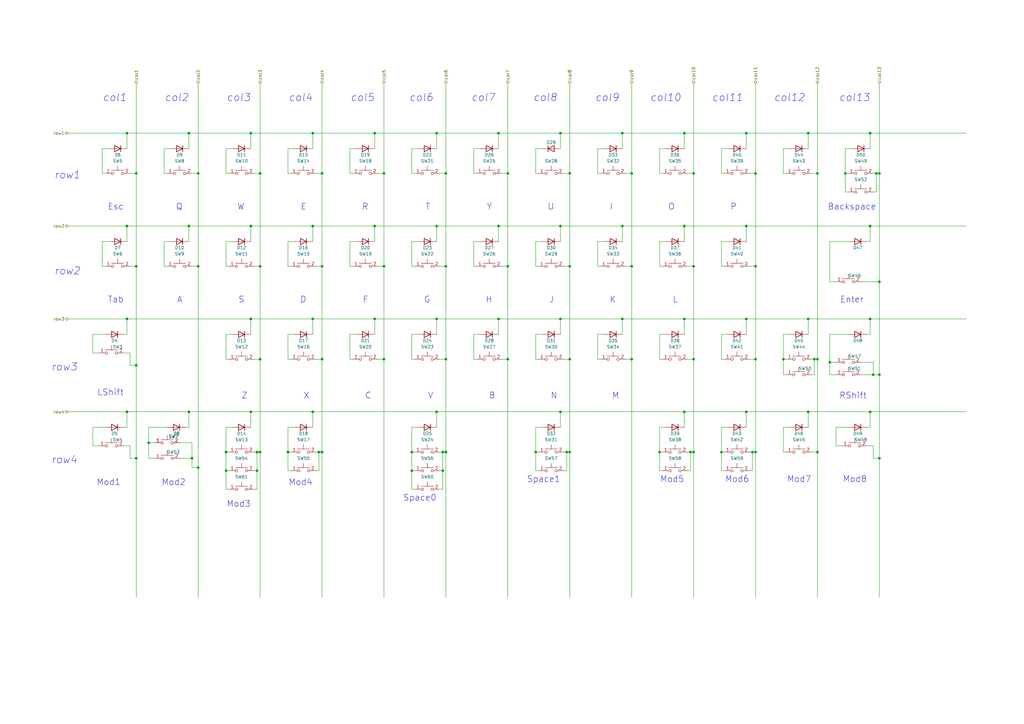
<source format=kicad_sch>
(kicad_sch (version 20211123) (generator eeschema)
  (paper "A3")
  (junction (at 340.36 148.59))
  (junction (at 130.81 185.42))
  (junction (at 359.41 71.12))
  (junction (at 55.88 109.22))
  (junction (at 179.07 168.91))
  (junction (at 55.88 71.12))
  (junction (at 182.88 109.22))
  (junction (at 309.88 109.22))
  (junction (at 102.87 168.91))
  (junction (at 118.11 185.42))
  (junction (at 334.01 147.32))
  (junction (at 255.27 92.71))
  (junction (at 309.88 147.32))
  (junction (at 106.68 185.42))
  (junction (at 233.68 109.22))
  (junction (at 233.68 185.42))
  (junction (at 182.88 147.32))
  (junction (at 102.87 92.71))
  (junction (at 132.08 71.12))
  (junction (at 52.07 168.91))
  (junction (at 356.87 168.91))
  (junction (at 306.07 92.71))
  (junction (at 335.28 185.42))
  (junction (at 52.07 54.61))
  (junction (at 92.71 193.04))
  (junction (at 284.48 71.12))
  (junction (at 208.28 109.22))
  (junction (at 168.91 193.04))
  (junction (at 106.68 71.12))
  (junction (at 255.27 130.81))
  (junction (at 356.87 54.61))
  (junction (at 259.08 147.32))
  (junction (at 106.68 147.32))
  (junction (at 229.87 168.91))
  (junction (at 128.27 130.81))
  (junction (at 128.27 168.91))
  (junction (at 306.07 168.91))
  (junction (at 360.68 153.67))
  (junction (at 233.68 71.12))
  (junction (at 106.68 109.22))
  (junction (at 219.71 185.42))
  (junction (at 128.27 92.71))
  (junction (at 331.47 130.81))
  (junction (at 335.28 147.32))
  (junction (at 356.87 92.71))
  (junction (at 153.67 54.61))
  (junction (at 255.27 54.61))
  (junction (at 157.48 147.32))
  (junction (at 358.14 153.67))
  (junction (at 182.88 71.12))
  (junction (at 102.87 54.61))
  (junction (at 309.88 185.42))
  (junction (at 132.08 147.32))
  (junction (at 321.31 147.32))
  (junction (at 283.21 185.42))
  (junction (at 284.48 185.42))
  (junction (at 295.91 185.42))
  (junction (at 157.48 71.12))
  (junction (at 102.87 130.81))
  (junction (at 208.28 147.32))
  (junction (at 182.88 185.42))
  (junction (at 204.47 92.71))
  (junction (at 259.08 71.12))
  (junction (at 60.96 181.61))
  (junction (at 105.41 193.04))
  (junction (at 81.28 71.12))
  (junction (at 78.74 187.96))
  (junction (at 306.07 54.61))
  (junction (at 360.68 187.96))
  (junction (at 92.71 185.42))
  (junction (at 346.71 71.12))
  (junction (at 233.68 147.32))
  (junction (at 306.07 130.81))
  (junction (at 179.07 92.71))
  (junction (at 204.47 54.61))
  (junction (at 81.28 109.22))
  (junction (at 284.48 147.32))
  (junction (at 153.67 130.81))
  (junction (at 52.07 92.71))
  (junction (at 229.87 130.81))
  (junction (at 179.07 130.81))
  (junction (at 132.08 185.42))
  (junction (at 52.07 130.81))
  (junction (at 204.47 130.81))
  (junction (at 81.28 191.77))
  (junction (at 229.87 92.71))
  (junction (at 105.41 185.42))
  (junction (at 168.91 185.42))
  (junction (at 356.87 130.81))
  (junction (at 128.27 54.61))
  (junction (at 360.68 71.12))
  (junction (at 179.07 54.61))
  (junction (at 132.08 109.22))
  (junction (at 335.28 71.12))
  (junction (at 270.51 185.42))
  (junction (at 309.88 71.12))
  (junction (at 153.67 92.71))
  (junction (at 208.28 71.12))
  (junction (at 77.47 92.71))
  (junction (at 232.41 185.42))
  (junction (at 284.48 109.22))
  (junction (at 280.67 92.71))
  (junction (at 181.61 185.42))
  (junction (at 55.88 149.86))
  (junction (at 259.08 109.22))
  (junction (at 331.47 54.61))
  (junction (at 157.48 109.22))
  (junction (at 360.68 115.57))
  (junction (at 77.47 168.91))
  (junction (at 181.61 193.04))
  (junction (at 308.61 185.42))
  (junction (at 280.67 168.91))
  (junction (at 331.47 168.91))
  (junction (at 280.67 130.81))
  (junction (at 77.47 54.61))
  (junction (at 55.88 187.96))
  (junction (at 280.67 54.61))
  (junction (at 229.87 54.61))
  (wire (pts (xy 181.61 185.42) (xy 182.88 185.42)))
  (wire (pts (xy 332.74 185.42) (xy 335.28 185.42)))
  (wire (pts (xy 129.54 109.22) (xy 132.08 109.22)))
  (wire (pts (xy 27.94 130.81) (xy 52.07 130.81)))
  (wire (pts (xy 231.14 147.32) (xy 233.68 147.32)))
  (wire (pts (xy 356.87 130.81) (xy 396.24 130.81)))
  (wire (pts (xy 118.11 99.06) (xy 118.11 109.22)))
  (wire (pts (xy 128.27 168.91) (xy 128.27 175.26)))
  (wire (pts (xy 38.1 182.88) (xy 40.64 182.88)))
  (wire (pts (xy 78.74 191.77) (xy 81.28 191.77)))
  (wire (pts (xy 41.91 60.96) (xy 41.91 71.12)))
  (wire (pts (xy 102.87 54.61) (xy 102.87 60.96)))
  (wire (pts (xy 356.87 99.06) (xy 356.87 92.71)))
  (wire (pts (xy 180.34 109.22) (xy 182.88 109.22)))
  (wire (pts (xy 179.07 92.71) (xy 204.47 92.71)))
  (wire (pts (xy 118.11 175.26) (xy 118.11 185.42)))
  (wire (pts (xy 171.45 137.16) (xy 168.91 137.16)))
  (wire (pts (xy 92.71 147.32) (xy 93.98 147.32)))
  (wire (pts (xy 180.34 200.66) (xy 181.61 200.66)))
  (wire (pts (xy 358.14 148.59) (xy 358.14 153.67)))
  (wire (pts (xy 182.88 71.12) (xy 182.88 109.22)))
  (wire (pts (xy 340.36 137.16) (xy 340.36 148.59)))
  (wire (pts (xy 204.47 130.81) (xy 204.47 137.16)))
  (wire (pts (xy 92.71 137.16) (xy 92.71 147.32)))
  (wire (pts (xy 307.34 193.04) (xy 308.61 193.04)))
  (wire (pts (xy 219.71 147.32) (xy 220.98 147.32)))
  (wire (pts (xy 168.91 71.12) (xy 170.18 71.12)))
  (wire (pts (xy 281.94 109.22) (xy 284.48 109.22)))
  (wire (pts (xy 222.25 60.96) (xy 219.71 60.96)))
  (wire (pts (xy 118.11 185.42) (xy 119.38 185.42)))
  (wire (pts (xy 284.48 147.32) (xy 284.48 185.42)))
  (wire (pts (xy 194.31 109.22) (xy 195.58 109.22)))
  (wire (pts (xy 280.67 130.81) (xy 280.67 137.16)))
  (wire (pts (xy 128.27 130.81) (xy 128.27 137.16)))
  (wire (pts (xy 273.05 99.06) (xy 270.51 99.06)))
  (wire (pts (xy 77.47 168.91) (xy 102.87 168.91)))
  (wire (pts (xy 130.81 185.42) (xy 132.08 185.42)))
  (wire (pts (xy 219.71 175.26) (xy 219.71 185.42)))
  (wire (pts (xy 78.74 71.12) (xy 81.28 71.12)))
  (wire (pts (xy 231.14 193.04) (xy 232.41 193.04)))
  (wire (pts (xy 360.68 34.29) (xy 360.68 71.12)))
  (wire (pts (xy 295.91 99.06) (xy 295.91 109.22)))
  (wire (pts (xy 50.8 182.88) (xy 53.34 182.88)))
  (wire (pts (xy 219.71 185.42) (xy 220.98 185.42)))
  (wire (pts (xy 353.06 115.57) (xy 360.68 115.57)))
  (wire (pts (xy 102.87 92.71) (xy 102.87 99.06)))
  (wire (pts (xy 157.48 147.32) (xy 157.48 245.11)))
  (wire (pts (xy 232.41 193.04) (xy 232.41 185.42)))
  (wire (pts (xy 359.41 71.12) (xy 359.41 78.74)))
  (wire (pts (xy 182.88 185.42) (xy 182.88 245.11)))
  (wire (pts (xy 298.45 175.26) (xy 295.91 175.26)))
  (wire (pts (xy 346.71 71.12) (xy 347.98 71.12)))
  (wire (pts (xy 55.88 187.96) (xy 55.88 245.11)))
  (wire (pts (xy 168.91 200.66) (xy 168.91 193.04)))
  (wire (pts (xy 67.31 60.96) (xy 67.31 71.12)))
  (wire (pts (xy 219.71 99.06) (xy 219.71 109.22)))
  (wire (pts (xy 52.07 137.16) (xy 52.07 130.81)))
  (wire (pts (xy 355.6 182.88) (xy 358.14 182.88)))
  (wire (pts (xy 331.47 168.91) (xy 331.47 175.26)))
  (wire (pts (xy 92.71 193.04) (xy 92.71 185.42)))
  (wire (pts (xy 95.25 137.16) (xy 92.71 137.16)))
  (wire (pts (xy 157.48 109.22) (xy 157.48 147.32)))
  (wire (pts (xy 323.85 137.16) (xy 321.31 137.16)))
  (wire (pts (xy 67.31 109.22) (xy 68.58 109.22)))
  (wire (pts (xy 106.68 71.12) (xy 106.68 109.22)))
  (wire (pts (xy 255.27 92.71) (xy 255.27 99.06)))
  (wire (pts (xy 331.47 168.91) (xy 356.87 168.91)))
  (wire (pts (xy 295.91 147.32) (xy 297.18 147.32)))
  (wire (pts (xy 231.14 185.42) (xy 232.41 185.42)))
  (wire (pts (xy 60.96 187.96) (xy 60.96 181.61)))
  (wire (pts (xy 182.88 109.22) (xy 182.88 147.32)))
  (wire (pts (xy 154.94 147.32) (xy 157.48 147.32)))
  (wire (pts (xy 222.25 99.06) (xy 219.71 99.06)))
  (wire (pts (xy 50.8 137.16) (xy 52.07 137.16)))
  (wire (pts (xy 77.47 175.26) (xy 77.47 168.91)))
  (wire (pts (xy 81.28 109.22) (xy 81.28 191.77)))
  (wire (pts (xy 118.11 147.32) (xy 119.38 147.32)))
  (wire (pts (xy 349.25 60.96) (xy 346.71 60.96)))
  (wire (pts (xy 118.11 137.16) (xy 118.11 147.32)))
  (wire (pts (xy 171.45 60.96) (xy 168.91 60.96)))
  (wire (pts (xy 130.81 193.04) (xy 130.81 185.42)))
  (wire (pts (xy 102.87 168.91) (xy 102.87 175.26)))
  (wire (pts (xy 309.88 71.12) (xy 309.88 109.22)))
  (wire (pts (xy 358.14 71.12) (xy 359.41 71.12)))
  (wire (pts (xy 171.45 99.06) (xy 168.91 99.06)))
  (wire (pts (xy 41.91 99.06) (xy 41.91 109.22)))
  (wire (pts (xy 353.06 148.59) (xy 358.14 148.59)))
  (wire (pts (xy 93.98 200.66) (xy 92.71 200.66)))
  (wire (pts (xy 204.47 92.71) (xy 229.87 92.71)))
  (wire (pts (xy 255.27 130.81) (xy 280.67 130.81)))
  (wire (pts (xy 92.71 60.96) (xy 92.71 71.12)))
  (wire (pts (xy 307.34 185.42) (xy 308.61 185.42)))
  (wire (pts (xy 280.67 130.81) (xy 306.07 130.81)))
  (wire (pts (xy 179.07 54.61) (xy 204.47 54.61)))
  (wire (pts (xy 102.87 92.71) (xy 128.27 92.71)))
  (wire (pts (xy 52.07 168.91) (xy 77.47 168.91)))
  (wire (pts (xy 102.87 168.91) (xy 128.27 168.91)))
  (wire (pts (xy 298.45 137.16) (xy 295.91 137.16)))
  (wire (pts (xy 273.05 60.96) (xy 270.51 60.96)))
  (wire (pts (xy 347.98 175.26) (xy 342.9 175.26)))
  (wire (pts (xy 52.07 175.26) (xy 52.07 168.91)))
  (wire (pts (xy 229.87 92.71) (xy 229.87 99.06)))
  (wire (pts (xy 307.34 147.32) (xy 309.88 147.32)))
  (wire (pts (xy 229.87 54.61) (xy 255.27 54.61)))
  (wire (pts (xy 106.68 109.22) (xy 106.68 147.32)))
  (wire (pts (xy 41.91 109.22) (xy 43.18 109.22)))
  (wire (pts (xy 332.74 71.12) (xy 335.28 71.12)))
  (wire (pts (xy 179.07 54.61) (xy 179.07 60.96)))
  (wire (pts (xy 44.45 60.96) (xy 41.91 60.96)))
  (wire (pts (xy 355.6 137.16) (xy 356.87 137.16)))
  (wire (pts (xy 283.21 185.42) (xy 284.48 185.42)))
  (wire (pts (xy 52.07 130.81) (xy 102.87 130.81)))
  (wire (pts (xy 92.71 200.66) (xy 92.71 193.04)))
  (wire (pts (xy 132.08 71.12) (xy 132.08 109.22)))
  (wire (pts (xy 331.47 54.61) (xy 356.87 54.61)))
  (wire (pts (xy 118.11 60.96) (xy 118.11 71.12)))
  (wire (pts (xy 182.88 147.32) (xy 182.88 185.42)))
  (wire (pts (xy 153.67 54.61) (xy 179.07 54.61)))
  (wire (pts (xy 129.54 147.32) (xy 132.08 147.32)))
  (wire (pts (xy 219.71 137.16) (xy 219.71 147.32)))
  (wire (pts (xy 95.25 99.06) (xy 92.71 99.06)))
  (wire (pts (xy 204.47 54.61) (xy 204.47 60.96)))
  (wire (pts (xy 270.51 99.06) (xy 270.51 109.22)))
  (wire (pts (xy 321.31 175.26) (xy 321.31 185.42)))
  (wire (pts (xy 308.61 193.04) (xy 308.61 185.42)))
  (wire (pts (xy 105.41 200.66) (xy 105.41 193.04)))
  (wire (pts (xy 347.98 137.16) (xy 340.36 137.16)))
  (wire (pts (xy 306.07 92.71) (xy 306.07 99.06)))
  (wire (pts (xy 77.47 54.61) (xy 102.87 54.61)))
  (wire (pts (xy 284.48 185.42) (xy 284.48 245.11)))
  (wire (pts (xy 50.8 175.26) (xy 52.07 175.26)))
  (wire (pts (xy 270.51 60.96) (xy 270.51 71.12)))
  (wire (pts (xy 205.74 147.32) (xy 208.28 147.32)))
  (wire (pts (xy 334.01 147.32) (xy 335.28 147.32)))
  (wire (pts (xy 179.07 168.91) (xy 179.07 175.26)))
  (wire (pts (xy 321.31 60.96) (xy 321.31 71.12)))
  (wire (pts (xy 170.18 200.66) (xy 168.91 200.66)))
  (wire (pts (xy 295.91 71.12) (xy 297.18 71.12)))
  (wire (pts (xy 67.31 71.12) (xy 68.58 71.12)))
  (wire (pts (xy 92.71 99.06) (xy 92.71 109.22)))
  (wire (pts (xy 355.6 175.26) (xy 356.87 175.26)))
  (wire (pts (xy 128.27 54.61) (xy 153.67 54.61)))
  (wire (pts (xy 128.27 92.71) (xy 153.67 92.71)))
  (wire (pts (xy 179.07 130.81) (xy 179.07 137.16)))
  (wire (pts (xy 331.47 130.81) (xy 356.87 130.81)))
  (wire (pts (xy 132.08 185.42) (xy 132.08 245.11)))
  (wire (pts (xy 104.14 185.42) (xy 105.41 185.42)))
  (wire (pts (xy 306.07 92.71) (xy 356.87 92.71)))
  (wire (pts (xy 306.07 130.81) (xy 331.47 130.81)))
  (wire (pts (xy 104.14 193.04) (xy 105.41 193.04)))
  (wire (pts (xy 78.74 187.96) (xy 78.74 191.77)))
  (wire (pts (xy 306.07 168.91) (xy 306.07 175.26)))
  (wire (pts (xy 322.58 153.67) (xy 321.31 153.67)))
  (wire (pts (xy 284.48 34.29) (xy 284.48 71.12)))
  (wire (pts (xy 208.28 34.29) (xy 208.28 71.12)))
  (wire (pts (xy 157.48 71.12) (xy 157.48 109.22)))
  (wire (pts (xy 53.34 187.96) (xy 55.88 187.96)))
  (wire (pts (xy 43.18 137.16) (xy 38.1 137.16)))
  (wire (pts (xy 69.85 99.06) (xy 67.31 99.06)))
  (wire (pts (xy 153.67 92.71) (xy 179.07 92.71)))
  (wire (pts (xy 168.91 175.26) (xy 168.91 185.42)))
  (wire (pts (xy 295.91 109.22) (xy 297.18 109.22)))
  (wire (pts (xy 229.87 54.61) (xy 229.87 60.96)))
  (wire (pts (xy 78.74 109.22) (xy 81.28 109.22)))
  (wire (pts (xy 154.94 71.12) (xy 157.48 71.12)))
  (wire (pts (xy 157.48 34.29) (xy 157.48 71.12)))
  (wire (pts (xy 307.34 71.12) (xy 309.88 71.12)))
  (wire (pts (xy 92.71 109.22) (xy 93.98 109.22)))
  (wire (pts (xy 143.51 60.96) (xy 143.51 71.12)))
  (wire (pts (xy 81.28 71.12) (xy 81.28 109.22)))
  (wire (pts (xy 358.14 187.96) (xy 360.68 187.96)))
  (wire (pts (xy 306.07 54.61) (xy 306.07 60.96)))
  (wire (pts (xy 340.36 148.59) (xy 342.9 148.59)))
  (wire (pts (xy 146.05 60.96) (xy 143.51 60.96)))
  (wire (pts (xy 204.47 92.71) (xy 204.47 99.06)))
  (wire (pts (xy 50.8 144.78) (xy 53.34 144.78)))
  (wire (pts (xy 359.41 71.12) (xy 360.68 71.12)))
  (wire (pts (xy 270.51 137.16) (xy 270.51 147.32)))
  (wire (pts (xy 220.98 193.04) (xy 219.71 193.04)))
  (wire (pts (xy 168.91 137.16) (xy 168.91 147.32)))
  (wire (pts (xy 204.47 54.61) (xy 229.87 54.61)))
  (wire (pts (xy 270.51 147.32) (xy 271.78 147.32)))
  (wire (pts (xy 356.87 137.16) (xy 356.87 130.81)))
  (wire (pts (xy 247.65 137.16) (xy 245.11 137.16)))
  (wire (pts (xy 146.05 137.16) (xy 143.51 137.16)))
  (wire (pts (xy 295.91 60.96) (xy 295.91 71.12)))
  (wire (pts (xy 67.31 99.06) (xy 67.31 109.22)))
  (wire (pts (xy 132.08 147.32) (xy 132.08 185.42)))
  (wire (pts (xy 232.41 185.42) (xy 233.68 185.42)))
  (wire (pts (xy 55.88 34.29) (xy 55.88 71.12)))
  (wire (pts (xy 68.58 175.26) (xy 60.96 175.26)))
  (wire (pts (xy 76.2 175.26) (xy 77.47 175.26)))
  (wire (pts (xy 270.51 71.12) (xy 271.78 71.12)))
  (wire (pts (xy 335.28 71.12) (xy 335.28 147.32)))
  (wire (pts (xy 53.34 109.22) (xy 55.88 109.22)))
  (wire (pts (xy 259.08 147.32) (xy 259.08 245.11)))
  (wire (pts (xy 106.68 34.29) (xy 106.68 71.12)))
  (wire (pts (xy 334.01 153.67) (xy 334.01 147.32)))
  (wire (pts (xy 196.85 137.16) (xy 194.31 137.16)))
  (wire (pts (xy 168.91 99.06) (xy 168.91 109.22)))
  (wire (pts (xy 182.88 34.29) (xy 182.88 71.12)))
  (wire (pts (xy 284.48 71.12) (xy 284.48 109.22)))
  (wire (pts (xy 52.07 92.71) (xy 52.07 99.06)))
  (wire (pts (xy 102.87 130.81) (xy 128.27 130.81)))
  (wire (pts (xy 306.07 130.81) (xy 306.07 137.16)))
  (wire (pts (xy 179.07 92.71) (xy 179.07 99.06)))
  (wire (pts (xy 356.87 168.91) (xy 396.24 168.91)))
  (wire (pts (xy 181.61 193.04) (xy 181.61 185.42)))
  (wire (pts (xy 356.87 54.61) (xy 396.24 54.61)))
  (wire (pts (xy 53.34 182.88) (xy 53.34 187.96)))
  (wire (pts (xy 256.54 147.32) (xy 259.08 147.32)))
  (wire (pts (xy 309.88 34.29) (xy 309.88 71.12)))
  (wire (pts (xy 77.47 54.61) (xy 77.47 60.96)))
  (wire (pts (xy 222.25 175.26) (xy 219.71 175.26)))
  (wire (pts (xy 168.91 185.42) (xy 170.18 185.42)))
  (wire (pts (xy 321.31 147.32) (xy 322.58 147.32)))
  (wire (pts (xy 281.94 71.12) (xy 284.48 71.12)))
  (wire (pts (xy 81.28 191.77) (xy 81.28 245.11)))
  (wire (pts (xy 196.85 60.96) (xy 194.31 60.96)))
  (wire (pts (xy 205.74 109.22) (xy 208.28 109.22)))
  (wire (pts (xy 128.27 92.71) (xy 128.27 99.06)))
  (wire (pts (xy 143.51 71.12) (xy 144.78 71.12)))
  (wire (pts (xy 321.31 185.42) (xy 322.58 185.42)))
  (wire (pts (xy 219.71 193.04) (xy 219.71 185.42)))
  (wire (pts (xy 332.74 153.67) (xy 334.01 153.67)))
  (wire (pts (xy 271.78 193.04) (xy 270.51 193.04)))
  (wire (pts (xy 231.14 109.22) (xy 233.68 109.22)))
  (wire (pts (xy 233.68 109.22) (xy 233.68 147.32)))
  (wire (pts (xy 229.87 168.91) (xy 280.67 168.91)))
  (wire (pts (xy 297.18 193.04) (xy 295.91 193.04)))
  (wire (pts (xy 69.85 60.96) (xy 67.31 60.96)))
  (wire (pts (xy 128.27 130.81) (xy 153.67 130.81)))
  (wire (pts (xy 180.34 193.04) (xy 181.61 193.04)))
  (wire (pts (xy 356.87 54.61) (xy 356.87 60.96)))
  (wire (pts (xy 295.91 137.16) (xy 295.91 147.32)))
  (wire (pts (xy 179.07 130.81) (xy 204.47 130.81)))
  (wire (pts (xy 353.06 153.67) (xy 358.14 153.67)))
  (wire (pts (xy 360.68 71.12) (xy 360.68 115.57)))
  (wire (pts (xy 229.87 168.91) (xy 229.87 175.26)))
  (wire (pts (xy 143.51 137.16) (xy 143.51 147.32)))
  (wire (pts (xy 358.14 153.67) (xy 360.68 153.67)))
  (wire (pts (xy 346.71 60.96) (xy 346.71 71.12)))
  (wire (pts (xy 231.14 71.12) (xy 233.68 71.12)))
  (wire (pts (xy 120.65 137.16) (xy 118.11 137.16)))
  (wire (pts (xy 259.08 109.22) (xy 259.08 147.32)))
  (wire (pts (xy 335.28 147.32) (xy 335.28 185.42)))
  (wire (pts (xy 73.66 181.61) (xy 78.74 181.61)))
  (wire (pts (xy 321.31 71.12) (xy 322.58 71.12)))
  (wire (pts (xy 270.51 193.04) (xy 270.51 185.42)))
  (wire (pts (xy 38.1 175.26) (xy 38.1 182.88)))
  (wire (pts (xy 273.05 137.16) (xy 270.51 137.16)))
  (wire (pts (xy 41.91 71.12) (xy 43.18 71.12)))
  (wire (pts (xy 128.27 54.61) (xy 128.27 60.96)))
  (wire (pts (xy 93.98 193.04) (xy 92.71 193.04)))
  (wire (pts (xy 53.34 144.78) (xy 53.34 149.86)))
  (wire (pts (xy 104.14 71.12) (xy 106.68 71.12)))
  (wire (pts (xy 245.11 71.12) (xy 246.38 71.12)))
  (wire (pts (xy 280.67 92.71) (xy 280.67 99.06)))
  (wire (pts (xy 120.65 99.06) (xy 118.11 99.06)))
  (wire (pts (xy 120.65 175.26) (xy 118.11 175.26)))
  (wire (pts (xy 208.28 109.22) (xy 208.28 147.32)))
  (wire (pts (xy 298.45 99.06) (xy 295.91 99.06)))
  (wire (pts (xy 78.74 181.61) (xy 78.74 187.96)))
  (wire (pts (xy 143.51 99.06) (xy 143.51 109.22)))
  (wire (pts (xy 52.07 54.61) (xy 52.07 60.96)))
  (wire (pts (xy 73.66 187.96) (xy 78.74 187.96)))
  (wire (pts (xy 38.1 137.16) (xy 38.1 144.78)))
  (wire (pts (xy 280.67 54.61) (xy 280.67 60.96)))
  (wire (pts (xy 204.47 130.81) (xy 229.87 130.81)))
  (wire (pts (xy 208.28 147.32) (xy 208.28 245.11)))
  (wire (pts (xy 194.31 60.96) (xy 194.31 71.12)))
  (wire (pts (xy 335.28 34.29) (xy 335.28 71.12)))
  (wire (pts (xy 245.11 137.16) (xy 245.11 147.32)))
  (wire (pts (xy 106.68 185.42) (xy 106.68 245.11)))
  (wire (pts (xy 106.68 147.32) (xy 106.68 185.42)))
  (wire (pts (xy 340.36 153.67) (xy 340.36 148.59)))
  (wire (pts (xy 205.74 71.12) (xy 208.28 71.12)))
  (wire (pts (xy 92.71 185.42) (xy 93.98 185.42)))
  (wire (pts (xy 306.07 54.61) (xy 331.47 54.61)))
  (wire (pts (xy 280.67 168.91) (xy 306.07 168.91)))
  (wire (pts (xy 52.07 92.71) (xy 77.47 92.71)))
  (wire (pts (xy 321.31 153.67) (xy 321.31 147.32)))
  (wire (pts (xy 247.65 99.06) (xy 245.11 99.06)))
  (wire (pts (xy 281.94 147.32) (xy 284.48 147.32)))
  (wire (pts (xy 118.11 71.12) (xy 119.38 71.12)))
  (wire (pts (xy 43.18 175.26) (xy 38.1 175.26)))
  (wire (pts (xy 259.08 71.12) (xy 259.08 109.22)))
  (wire (pts (xy 129.54 193.04) (xy 130.81 193.04)))
  (wire (pts (xy 118.11 109.22) (xy 119.38 109.22)))
  (wire (pts (xy 331.47 130.81) (xy 331.47 137.16)))
  (wire (pts (xy 281.94 185.42) (xy 283.21 185.42)))
  (wire (pts (xy 233.68 34.29) (xy 233.68 71.12)))
  (wire (pts (xy 222.25 137.16) (xy 219.71 137.16)))
  (wire (pts (xy 102.87 130.81) (xy 102.87 137.16)))
  (wire (pts (xy 168.91 193.04) (xy 168.91 185.42)))
  (wire (pts (xy 255.27 54.61) (xy 255.27 60.96)))
  (wire (pts (xy 104.14 109.22) (xy 106.68 109.22)))
  (wire (pts (xy 346.71 78.74) (xy 346.71 71.12)))
  (wire (pts (xy 104.14 200.66) (xy 105.41 200.66)))
  (wire (pts (xy 132.08 34.29) (xy 132.08 71.12)))
  (wire (pts (xy 128.27 168.91) (xy 179.07 168.91)))
  (wire (pts (xy 306.07 168.91) (xy 331.47 168.91)))
  (wire (pts (xy 323.85 60.96) (xy 321.31 60.96)))
  (wire (pts (xy 256.54 71.12) (xy 259.08 71.12)))
  (wire (pts (xy 208.28 71.12) (xy 208.28 109.22)))
  (wire (pts (xy 180.34 147.32) (xy 182.88 147.32)))
  (wire (pts (xy 194.31 137.16) (xy 194.31 147.32)))
  (wire (pts (xy 229.87 130.81) (xy 255.27 130.81)))
  (wire (pts (xy 194.31 147.32) (xy 195.58 147.32)))
  (wire (pts (xy 180.34 71.12) (xy 182.88 71.12)))
  (wire (pts (xy 233.68 147.32) (xy 233.68 185.42)))
  (wire (pts (xy 323.85 175.26) (xy 321.31 175.26)))
  (wire (pts (xy 105.41 193.04) (xy 105.41 185.42)))
  (wire (pts (xy 245.11 60.96) (xy 245.11 71.12)))
  (wire (pts (xy 77.47 92.71) (xy 102.87 92.71)))
  (wire (pts (xy 280.67 92.71) (xy 306.07 92.71)))
  (wire (pts (xy 53.34 71.12) (xy 55.88 71.12)))
  (wire (pts (xy 358.14 182.88) (xy 358.14 187.96)))
  (wire (pts (xy 256.54 109.22) (xy 259.08 109.22)))
  (wire (pts (xy 360.68 153.67) (xy 360.68 187.96)))
  (wire (pts (xy 295.91 175.26) (xy 295.91 185.42)))
  (wire (pts (xy 335.28 185.42) (xy 335.28 245.11)))
  (wire (pts (xy 27.94 92.71) (xy 52.07 92.71)))
  (wire (pts (xy 259.08 34.29) (xy 259.08 71.12)))
  (wire (pts (xy 63.5 187.96) (xy 60.96 187.96)))
  (wire (pts (xy 255.27 130.81) (xy 255.27 137.16)))
  (wire (pts (xy 309.88 147.32) (xy 309.88 185.42)))
  (wire (pts (xy 132.08 109.22) (xy 132.08 147.32)))
  (wire (pts (xy 270.51 109.22) (xy 271.78 109.22)))
  (wire (pts (xy 196.85 99.06) (xy 194.31 99.06)))
  (wire (pts (xy 143.51 109.22) (xy 144.78 109.22)))
  (wire (pts (xy 340.36 115.57) (xy 342.9 115.57)))
  (wire (pts (xy 38.1 144.78) (xy 40.64 144.78)))
  (wire (pts (xy 321.31 137.16) (xy 321.31 147.32)))
  (wire (pts (xy 55.88 149.86) (xy 55.88 187.96)))
  (wire (pts (xy 356.87 92.71) (xy 396.24 92.71)))
  (wire (pts (xy 358.14 78.74) (xy 359.41 78.74)))
  (wire (pts (xy 153.67 130.81) (xy 179.07 130.81)))
  (wire (pts (xy 342.9 153.67) (xy 340.36 153.67)))
  (wire (pts (xy 270.51 175.26) (xy 270.51 185.42)))
  (wire (pts (xy 295.91 185.42) (xy 297.18 185.42)))
  (wire (pts (xy 168.91 109.22) (xy 170.18 109.22)))
  (wire (pts (xy 92.71 71.12) (xy 93.98 71.12)))
  (wire (pts (xy 105.41 185.42) (xy 106.68 185.42)))
  (wire (pts (xy 309.88 185.42) (xy 309.88 245.11)))
  (wire (pts (xy 307.34 109.22) (xy 309.88 109.22)))
  (wire (pts (xy 143.51 147.32) (xy 144.78 147.32)))
  (wire (pts (xy 129.54 185.42) (xy 130.81 185.42)))
  (wire (pts (xy 120.65 60.96) (xy 118.11 60.96)))
  (wire (pts (xy 129.54 71.12) (xy 132.08 71.12)))
  (wire (pts (xy 53.34 149.86) (xy 55.88 149.86)))
  (wire (pts (xy 219.71 71.12) (xy 220.98 71.12)))
  (wire (pts (xy 95.25 60.96) (xy 92.71 60.96)))
  (wire (pts (xy 60.96 181.61) (xy 63.5 181.61)))
  (wire (pts (xy 229.87 130.81) (xy 229.87 137.16)))
  (wire (pts (xy 281.94 193.04) (xy 283.21 193.04)))
  (wire (pts (xy 27.94 168.91) (xy 52.07 168.91)))
  (wire (pts (xy 332.74 147.32) (xy 334.01 147.32)))
  (wire (pts (xy 102.87 54.61) (xy 128.27 54.61)))
  (wire (pts (xy 283.21 193.04) (xy 283.21 185.42)))
  (wire (pts (xy 168.91 60.96) (xy 168.91 71.12)))
  (wire (pts (xy 194.31 71.12) (xy 195.58 71.12)))
  (wire (pts (xy 245.11 147.32) (xy 246.38 147.32)))
  (wire (pts (xy 60.96 175.26) (xy 60.96 181.61)))
  (wire (pts (xy 168.91 147.32) (xy 170.18 147.32)))
  (wire (pts (xy 342.9 182.88) (xy 345.44 182.88)))
  (wire (pts (xy 104.14 147.32) (xy 106.68 147.32)))
  (wire (pts (xy 180.34 185.42) (xy 181.61 185.42)))
  (wire (pts (xy 298.45 60.96) (xy 295.91 60.96)))
  (wire (pts (xy 44.45 99.06) (xy 41.91 99.06)))
  (wire (pts (xy 360.68 187.96) (xy 360.68 245.11)))
  (wire (pts (xy 170.18 193.04) (xy 168.91 193.04)))
  (wire (pts (xy 27.94 54.61) (xy 52.07 54.61)))
  (wire (pts (xy 255.27 92.71) (xy 280.67 92.71)))
  (wire (pts (xy 146.05 99.06) (xy 143.51 99.06)))
  (wire (pts (xy 81.28 34.29) (xy 81.28 71.12)))
  (wire (pts (xy 171.45 175.26) (xy 168.91 175.26)))
  (wire (pts (xy 331.47 54.61) (xy 331.47 60.96)))
  (wire (pts (xy 92.71 175.26) (xy 92.71 185.42)))
  (wire (pts (xy 55.88 71.12) (xy 55.88 109.22)))
  (wire (pts (xy 342.9 175.26) (xy 342.9 182.88)))
  (wire (pts (xy 55.88 109.22) (xy 55.88 149.86)))
  (wire (pts (xy 280.67 168.91) (xy 280.67 175.26)))
  (wire (pts (xy 119.38 193.04) (xy 118.11 193.04)))
  (wire (pts (xy 347.98 99.06) (xy 340.36 99.06)))
  (wire (pts (xy 273.05 175.26) (xy 270.51 175.26)))
  (wire (pts (xy 154.94 109.22) (xy 157.48 109.22)))
  (wire (pts (xy 245.11 99.06) (xy 245.11 109.22)))
  (wire (pts (xy 309.88 109.22) (xy 309.88 147.32)))
  (wire (pts (xy 340.36 99.06) (xy 340.36 115.57)))
  (wire (pts (xy 233.68 185.42) (xy 233.68 245.11)))
  (wire (pts (xy 153.67 54.61) (xy 153.67 60.96)))
  (wire (pts (xy 245.11 109.22) (xy 246.38 109.22)))
  (wire (pts (xy 284.48 109.22) (xy 284.48 147.32)))
  (wire (pts (xy 308.61 185.42) (xy 309.88 185.42)))
  (wire (pts (xy 77.47 92.71) (xy 77.47 99.06)))
  (wire (pts (xy 295.91 193.04) (xy 295.91 185.42)))
  (wire (pts (xy 356.87 175.26) (xy 356.87 168.91)))
  (wire (pts (xy 219.71 109.22) (xy 220.98 109.22)))
  (wire (pts (xy 153.67 130.81) (xy 153.67 137.16)))
  (wire (pts (xy 280.67 54.61) (xy 306.07 54.61)))
  (wire (pts (xy 52.07 54.61) (xy 77.47 54.61)))
  (wire (pts (xy 219.71 60.96) (xy 219.71 71.12)))
  (wire (pts (xy 355.6 99.06) (xy 356.87 99.06)))
  (wire (pts (xy 360.68 115.57) (xy 360.68 153.67)))
  (wire (pts (xy 153.67 92.71) (xy 153.67 99.06)))
  (wire (pts (xy 179.07 168.91) (xy 229.87 168.91)))
  (wire (pts (xy 229.87 92.71) (xy 255.27 92.71)))
  (wire (pts (xy 233.68 71.12) (xy 233.68 109.22)))
  (wire (pts (xy 181.61 200.66) (xy 181.61 193.04)))
  (wire (pts (xy 95.25 175.26) (xy 92.71 175.26)))
  (wire (pts (xy 270.51 185.42) (xy 271.78 185.42)))
  (wire (pts (xy 247.65 60.96) (xy 245.11 60.96)))
  (wire (pts (xy 194.31 99.06) (xy 194.31 109.22)))
  (wire (pts (xy 347.98 78.74) (xy 346.71 78.74)))
  (wire (pts (xy 255.27 54.61) (xy 280.67 54.61)))
  (wire (pts (xy 118.11 193.04) (xy 118.11 185.42)))
  (text "T" (at 176.53 86.36 180) (effects (font (size 2.5 2.5)) (justify right bottom)))
  (text "col4" (at 128.27 41.91 180) (effects (font (size 3 3) italic) (justify right bottom)))
  (text "K" (at 252.73 124.46 180) (effects (font (size 2.5 2.5)) (justify right bottom)))
  (text "col10" (at 279.4 41.91 180) (effects (font (size 3 3) italic) (justify right bottom)))
  (text "row3" (at 31.75 152.4 180) (effects (font (size 3 3) italic) (justify right bottom)))
  (text "X" (at 127 163.83 180) (effects (font (size 2.5 2.5)) (justify right bottom)))
  (text "Enter" (at 354.33 124.46 180) (effects (font (size 2.5 2.5)) (justify right bottom)))
  (text "Mod6" (at 307.34 198.12 180) (effects (font (size 2.5 2.5)) (justify right bottom)))
  (text "V" (at 177.8 163.83 180) (effects (font (size 2.5 2.5)) (justify right bottom)))
  (text "Tab" (at 50.8 124.46 180) (effects (font (size 2.5 2.5)) (justify right bottom)))
  (text "B" (at 203.2 163.83 180) (effects (font (size 2.5 2.5)) (justify right bottom)))
  (text "col3" (at 102.87 41.91 180) (effects (font (size 3 3) italic) (justify right bottom)))
  (text "col12" (at 330.2 41.91 180) (effects (font (size 3 3) italic) (justify right bottom)))
  (text "row2" (at 33.02 113.03 180) (effects (font (size 3 3) italic) (justify right bottom)))
  (text "col5" (at 153.67 41.91 180) (effects (font (size 3 3) italic) (justify right bottom)))
  (text "Mod2" (at 76.2 199.39 180) (effects (font (size 2.5 2.5)) (justify right bottom)))
  (text "Y" (at 201.93 86.36 180) (effects (font (size 2.5 2.5)) (justify right bottom)))
  (text "Z" (at 101.6 163.83 180) (effects (font (size 2.5 2.5)) (justify right bottom)))
  (text "Mod3" (at 102.87 208.28 180) (effects (font (size 2.5 2.5)) (justify right bottom)))
  (text "col9" (at 254 41.91 180) (effects (font (size 3 3) italic) (justify right bottom)))
  (text "row1" (at 33.02 73.66 180) (effects (font (size 3 3) italic) (justify right bottom)))
  (text "Esc" (at 50.8 86.36 180) (effects (font (size 2.5 2.5)) (justify right bottom)))
  (text "col1" (at 52.07 41.91 180) (effects (font (size 3 3) italic) (justify right bottom)))
  (text "M" (at 254 163.83 180) (effects (font (size 2.5 2.5)) (justify right bottom)))
  (text "H" (at 201.93 124.46 180) (effects (font (size 2.5 2.5)) (justify right bottom)))
  (text "col7" (at 203.2 41.91 180) (effects (font (size 3 3) italic) (justify right bottom)))
  (text "C" (at 152.4 163.83 180) (effects (font (size 2.5 2.5)) (justify right bottom)))
  (text "Mod5" (at 280.67 198.12 180) (effects (font (size 2.5 2.5)) (justify right bottom)))
  (text "Mod7" (at 332.74 198.12 180) (effects (font (size 2.5 2.5)) (justify right bottom)))
  (text "E" (at 125.73 86.36 180) (effects (font (size 2.5 2.5)) (justify right bottom)))
  (text "L" (at 278.13 124.46 180) (effects (font (size 2.5 2.5)) (justify right bottom)))
  (text "I" (at 251.46 86.36 180) (effects (font (size 2.5 2.5)) (justify right bottom)))
  (text "P" (at 302.26 86.36 180) (effects (font (size 2.5 2.5)) (justify right bottom)))
  (text "N" (at 228.6 163.83 180) (effects (font (size 2.5 2.5)) (justify right bottom)))
  (text "RShift" (at 355.6 163.83 180) (effects (font (size 2.5 2.5)) (justify right bottom)))
  (text "Backspace" (at 359.41 86.36 180) (effects (font (size 2.5 2.5)) (justify right bottom)))
  (text "Mod4" (at 128.27 199.39 180) (effects (font (size 2.5 2.5)) (justify right bottom)))
  (text "Space0" (at 179.07 205.74 180) (effects (font (size 2.5 2.5)) (justify right bottom)))
  (text "O" (at 276.86 86.36 180) (effects (font (size 2.5 2.5)) (justify right bottom)))
  (text "LShift" (at 50.8 162.56 180) (effects (font (size 2.5 2.5)) (justify right bottom)))
  (text "S" (at 100.33 124.46 180) (effects (font (size 2.5 2.5)) (justify right bottom)))
  (text "D" (at 125.73 124.46 180) (effects (font (size 2.5 2.5)) (justify right bottom)))
  (text "col2" (at 77.47 41.91 180) (effects (font (size 3 3) italic) (justify right bottom)))
  (text "Mod1" (at 49.53 199.39 180) (effects (font (size 2.5 2.5)) (justify right bottom)))
  (text "row4" (at 31.75 190.5 180) (effects (font (size 3 3) italic) (justify right bottom)))
  (text "R" (at 151.13 86.36 180) (effects (font (size 2.5 2.5)) (justify right bottom)))
  (text "G" (at 176.53 124.46 180) (effects (font (size 2.5 2.5)) (justify right bottom)))
  (text "col8" (at 228.6 41.91 180) (effects (font (size 3 3) italic) (justify right bottom)))
  (text "col11" (at 304.8 41.91 180) (effects (font (size 3 3) italic) (justify right bottom)))
  (text "Mod8" (at 355.6 198.12 180) (effects (font (size 2.5 2.5)) (justify right bottom)))
  (text "U" (at 227.33 86.36 180) (effects (font (size 2.5 2.5)) (justify right bottom)))
  (text "J" (at 227.33 124.46 180) (effects (font (size 2.5 2.5)) (justify right bottom)))
  (text "Space1" (at 229.87 198.12 180) (effects (font (size 2.5 2.5)) (justify right bottom)))
  (text "F" (at 151.13 124.46 180) (effects (font (size 2.5 2.5)) (justify right bottom)))
  (text "W" (at 100.33 86.36 180) (effects (font (size 2.5 2.5)) (justify right bottom)))
  (text "A" (at 74.93 124.46 180) (effects (font (size 2.5 2.5)) (justify right bottom)))
  (text "col6" (at 177.8 41.91 180) (effects (font (size 3 3) italic) (justify right bottom)))
  (text "col13" (at 356.87 41.91 180) (effects (font (size 3 3) italic) (justify right bottom)))
  (text "Q" (at 74.93 86.36 180) (effects (font (size 2.5 2.5)) (justify right bottom)))
  (hierarchical_label "col7" (shape bidirectional) (at 208.28 34.29 90))
  (hierarchical_label "col1" (shape bidirectional) (at 55.88 34.29 90))
  (hierarchical_label "col9" (shape bidirectional) (at 259.08 34.29 90))
  (hierarchical_label "col6" (shape bidirectional) (at 182.88 34.29 90))
  (hierarchical_label "row3" (shape bidirectional) (at 27.94 130.81 180))
  (hierarchical_label "row4" (shape bidirectional) (at 27.94 168.91 180))
  (hierarchical_label "col13" (shape bidirectional) (at 360.68 34.29 90))
  (hierarchical_label "col12" (shape bidirectional) (at 335.28 34.29 90))
  (hierarchical_label "col8" (shape bidirectional) (at 233.68 34.29 90))
  (hierarchical_label "col5" (shape bidirectional) (at 157.48 34.29 90))
  (hierarchical_label "row2" (shape bidirectional) (at 27.94 92.71 180))
  (hierarchical_label "col10" (shape bidirectional) (at 284.48 34.29 90))
  (hierarchical_label "col3" (shape bidirectional) (at 106.68 34.29 90))
  (hierarchical_label "col2" (shape bidirectional) (at 81.28 34.29 90))
  (hierarchical_label "col11" (shape bidirectional) (at 309.88 34.29 90))
  (hierarchical_label "col4" (shape bidirectional) (at 132.08 34.29 90))
  (hierarchical_label "row1" (shape bidirectional) (at 27.94 54.61 180))
  (symbol (lib_id "Switch:SW_Push") (at 200.66 71.12 0) (unit 1)
    (property "Reference" "SW25" (at 200.66 66.04 0))
    (property "Value" "SW_Push" (effects hide))
    (property "Footprint" "keyswitches:Kailh_socket_MX" (effects hide))
  )
  (symbol (lib_id "Diode:1N4148") (at 99.06 175.26 180) (unit 1)
    (property "Reference" "D14" (at 99.06 177.8 0))
    (property "Value" "1N4148" (effects hide))
    (property "Footprint" "Diode_SMD:D_0805_2012Metric" (effects hide))
    (property "Datasheet" "https://assets.nexperia.com/documents/data-sheet/1N4148_1N4448.pdf" (effects hide))
  )
  (symbol (lib_id "Switch:SW_Push") (at 276.86 147.32 0) (unit 1)
    (property "Reference" "SW37" (at 276.86 142.24 0))
    (property "Value" "SW_Push" (effects hide))
    (property "Footprint" "keyswitches:Kailh_socket_MX" (effects hide))
  )
  (symbol (lib_id "Switch:SW_Push") (at 276.86 185.42 0) (unit 1)
    (property "Reference" "SW38" (at 276.86 180.34 0))
    (property "Value" "SW_Push" (effects hide))
    (property "Footprint" "keyswitches:Kailh_socket_MX" (effects hide))
  )
  (symbol (lib_id "Diode:1N4148") (at 175.26 137.16 180) (unit 1)
    (property "Reference" "D24" (at 175.26 139.7 0))
    (property "Value" "1N4148" (effects hide))
    (property "Footprint" "Diode_SMD:D_0805_2012Metric" (effects hide))
    (property "Datasheet" "https://assets.nexperia.com/documents/data-sheet/1N4148_1N4448.pdf" (effects hide))
  )
  (symbol (lib_id "Diode:1N4148") (at 302.26 175.26 180) (unit 1)
    (property "Reference" "D43" (at 302.26 177.8 0))
    (property "Value" "1N4148" (effects hide))
    (property "Footprint" "Diode_SMD:D_0805_2012Metric" (effects hide))
    (property "Datasheet" "https://assets.nexperia.com/documents/data-sheet/1N4148_1N4448.pdf" (effects hide))
  )
  (symbol (lib_id "Switch:SW_Push") (at 302.26 71.12 0) (unit 1)
    (property "Reference" "SW39" (at 302.26 66.04 0))
    (property "Value" "SW_Push" (effects hide))
    (property "Footprint" "keyswitches:Kailh_socket_MX" (effects hide))
  )
  (symbol (lib_id "Switch:SW_Push") (at 99.06 200.66 0) (unit 1)
    (property "Reference" "SW61" (at 99.06 195.58 0))
    (property "Value" "SW_Push" (effects hide))
    (property "Footprint" "keyswitches:Kailh_socket_MX" (effects hide))
  )
  (symbol (lib_id "Switch:SW_Push") (at 327.66 185.42 0) (unit 1)
    (property "Reference" "SW45" (at 327.66 180.34 0))
    (property "Value" "SW_Push" (effects hide))
    (property "Footprint" "keyswitches:Kailh_socket_MX" (effects hide))
  )
  (symbol (lib_id "Switch:SW_Push") (at 347.98 148.59 0) (unit 1)
    (property "Reference" "SW47" (at 350.52 146.05 0))
    (property "Value" "SW_Push" (effects hide))
    (property "Footprint" "keyswitches:Kailh_socket_MX" (effects hide))
  )
  (symbol (lib_id "Diode:1N4148") (at 175.26 60.96 180) (unit 1)
    (property "Reference" "D22" (at 175.26 63.5 0))
    (property "Value" "1N4148" (effects hide))
    (property "Footprint" "Diode_SMD:D_0805_2012Metric" (effects hide))
    (property "Datasheet" "https://assets.nexperia.com/documents/data-sheet/1N4148_1N4448.pdf" (effects hide))
  )
  (symbol (lib_id "Diode:1N4148") (at 46.99 137.16 180) (unit 1)
    (property "Reference" "D4" (at 46.99 139.7 0))
    (property "Value" "1N4148" (effects hide))
    (property "Footprint" "Diode_SMD:D_0805_2012Metric" (effects hide))
    (property "Datasheet" "https://assets.nexperia.com/documents/data-sheet/1N4148_1N4448.pdf" (effects hide))
  )
  (symbol (lib_id "Switch:SW_Push") (at 327.66 153.67 0) (unit 1)
    (property "Reference" "SW50" (at 330.2 151.13 0))
    (property "Value" "SW_Push" (effects hide))
    (property "Footprint" "keyswitches:Kailh_socket_MX" (effects hide))
  )
  (symbol (lib_id "Switch:SW_Push") (at 124.46 185.42 0) (unit 1)
    (property "Reference" "SW17" (at 124.46 180.34 0))
    (property "Value" "SW_Push" (effects hide))
    (property "Footprint" "keyswitches:Kailh_socket_MX" (effects hide))
  )
  (symbol (lib_id "Switch:SW_Push") (at 350.52 182.88 0) (unit 1)
    (property "Reference" "SW48" (at 353.06 180.34 0))
    (property "Value" "SW_Push" (effects hide))
    (property "Footprint" "keyswitches:Kailh_socket_MX" (effects hide))
  )
  (symbol (lib_id "Switch:SW_Push") (at 200.66 147.32 0) (unit 1)
    (property "Reference" "SW27" (at 200.66 142.24 0))
    (property "Value" "SW_Push" (effects hide))
    (property "Footprint" "keyswitches:Kailh_socket_MX" (effects hide))
  )
  (symbol (lib_id "Switch:SW_Push") (at 302.26 185.42 0) (unit 1)
    (property "Reference" "SW42" (at 302.26 180.34 0))
    (property "Value" "SW_Push" (effects hide))
    (property "Footprint" "keyswitches:Kailh_socket_MX" (effects hide))
  )
  (symbol (lib_id "Switch:SW_Push") (at 175.26 185.42 0) (unit 1)
    (property "Reference" "SW24" (at 175.26 180.34 0))
    (property "Value" "SW_Push" (effects hide))
    (property "Footprint" "keyswitches:Kailh_socket_MX" (effects hide))
  )
  (symbol (lib_id "Switch:SW_Push") (at 175.26 109.22 0) (unit 1)
    (property "Reference" "SW22" (at 175.26 104.14 0))
    (property "Value" "SW_Push" (effects hide))
    (property "Footprint" "keyswitches:Kailh_socket_MX" (effects hide))
  )
  (symbol (lib_id "Switch:SW_Push") (at 73.66 109.22 0) (unit 1)
    (property "Reference" "SW9" (at 73.66 104.14 0))
    (property "Value" "SW_Push" (effects hide))
    (property "Footprint" "keyswitches:Kailh_socket_MX" (effects hide))
  )
  (symbol (lib_id "Diode:1N4148") (at 251.46 60.96 180) (unit 1)
    (property "Reference" "D33" (at 251.46 63.5 0))
    (property "Value" "1N4148" (effects hide))
    (property "Footprint" "Diode_SMD:D_0805_2012Metric" (effects hide))
    (property "Datasheet" "https://assets.nexperia.com/documents/data-sheet/1N4148_1N4448.pdf" (effects hide))
  )
  (symbol (lib_id "Diode:1N4148") (at 302.26 60.96 180) (unit 1)
    (property "Reference" "D40" (at 302.26 63.5 0))
    (property "Value" "1N4148" (effects hide))
    (property "Footprint" "Diode_SMD:D_0805_2012Metric" (effects hide))
    (property "Datasheet" "https://assets.nexperia.com/documents/data-sheet/1N4148_1N4448.pdf" (effects hide))
  )
  (symbol (lib_id "Switch:SW_Push") (at 226.06 109.22 0) (unit 1)
    (property "Reference" "SW29" (at 226.06 104.14 0))
    (property "Value" "SW_Push" (effects hide))
    (property "Footprint" "keyswitches:Kailh_socket_MX" (effects hide))
  )
  (symbol (lib_id "Diode:1N4148") (at 48.26 99.06 180) (unit 1)
    (property "Reference" "D7" (at 48.26 101.6 0))
    (property "Value" "1N4148" (effects hide))
    (property "Footprint" "Diode_SMD:D_0805_2012Metric" (effects hide))
    (property "Datasheet" "https://assets.nexperia.com/documents/data-sheet/1N4148_1N4448.pdf" (effects hide))
  )
  (symbol (lib_id "Switch:SW_Push") (at 175.26 71.12 0) (unit 1)
    (property "Reference" "SW21" (at 175.26 66.04 0))
    (property "Value" "SW_Push" (effects hide))
    (property "Footprint" "keyswitches:Kailh_socket_MX" (effects hide))
  )
  (symbol (lib_id "Switch:SW_Push") (at 226.06 193.04 0) (unit 1)
    (property "Reference" "SW57" (at 226.06 187.96 0))
    (property "Value" "SW_Push" (effects hide))
    (property "Footprint" "keyswitches:Kailh_socket_MX" (effects hide))
  )
  (symbol (lib_id "Switch:SW_Push") (at 302.26 147.32 0) (unit 1)
    (property "Reference" "SW41" (at 302.26 142.24 0))
    (property "Value" "SW_Push" (effects hide))
    (property "Footprint" "keyswitches:Kailh_socket_MX" (effects hide))
  )
  (symbol (lib_id "Diode:1N4148") (at 200.66 99.06 180) (unit 1)
    (property "Reference" "D27" (at 200.66 101.6 0))
    (property "Value" "1N4148" (effects hide))
    (property "Footprint" "Diode_SMD:D_0805_2012Metric" (effects hide))
    (property "Datasheet" "https://assets.nexperia.com/documents/data-sheet/1N4148_1N4448.pdf" (effects hide))
  )
  (symbol (lib_id "Diode:1N4148") (at 200.66 137.16 180) (unit 1)
    (property "Reference" "D28" (at 200.66 139.7 0))
    (property "Value" "1N4148" (effects hide))
    (property "Footprint" "Diode_SMD:D_0805_2012Metric" (effects hide))
    (property "Datasheet" "https://assets.nexperia.com/documents/data-sheet/1N4148_1N4448.pdf" (effects hide))
  )
  (symbol (lib_id "Switch:SW_Push") (at 99.06 147.32 0) (unit 1)
    (property "Reference" "SW12" (at 99.06 142.24 0))
    (property "Value" "SW_Push" (effects hide))
    (property "Footprint" "keyswitches:Kailh_socket_MX" (effects hide))
  )
  (symbol (lib_id "Diode:1N4148") (at 99.06 99.06 180) (unit 1)
    (property "Reference" "D12" (at 99.06 101.6 0))
    (property "Value" "1N4148" (effects hide))
    (property "Footprint" "Diode_SMD:D_0805_2012Metric" (effects hide))
    (property "Datasheet" "https://assets.nexperia.com/documents/data-sheet/1N4148_1N4448.pdf" (effects hide))
  )
  (symbol (lib_id "Diode:1N4148") (at 226.06 99.06 180) (unit 1)
    (property "Reference" "D30" (at 226.06 101.6 0))
    (property "Value" "1N4148" (effects hide))
    (property "Footprint" "Diode_SMD:D_0805_2012Metric" (effects hide))
    (property "Datasheet" "https://assets.nexperia.com/documents/data-sheet/1N4148_1N4448.pdf" (effects hide))
  )
  (symbol (lib_id "Switch:SW_Push") (at 124.46 193.04 0) (unit 1)
    (property "Reference" "SW55" (at 124.46 187.96 0))
    (property "Value" "SW_Push" (effects hide))
    (property "Footprint" "keyswitches:Kailh_socket_MX" (effects hide))
  )
  (symbol (lib_id "Switch:SW_Push") (at 149.86 109.22 0) (unit 1)
    (property "Reference" "SW19" (at 149.86 104.14 0))
    (property "Value" "SW_Push" (effects hide))
    (property "Footprint" "keyswitches:Kailh_socket_MX" (effects hide))
  )
  (symbol (lib_id "Switch:SW_Push") (at 302.26 109.22 0) (unit 1)
    (property "Reference" "SW40" (at 302.26 104.14 0))
    (property "Value" "SW_Push" (effects hide))
    (property "Footprint" "keyswitches:Kailh_socket_MX" (effects hide))
  )
  (symbol (lib_id "Switch:SW_Push") (at 48.26 71.12 0) (unit 1)
    (property "Reference" "SW5" (at 48.26 66.04 0))
    (property "Value" "SW_Push" (effects hide))
    (property "Footprint" "keyswitches:Kailh_socket_MX" (effects hide))
  )
  (symbol (lib_id "Switch:SW_Push") (at 124.46 109.22 0) (unit 1)
    (property "Reference" "SW15" (at 124.46 104.14 0))
    (property "Value" "SW_Push" (effects hide))
    (property "Footprint" "keyswitches:Kailh_socket_MX" (effects hide))
  )
  (symbol (lib_id "Diode:1N4148") (at 73.66 99.06 180) (unit 1)
    (property "Reference" "D10" (at 73.66 101.6 0))
    (property "Value" "1N4148" (effects hide))
    (property "Footprint" "Diode_SMD:D_0805_2012Metric" (effects hide))
    (property "Datasheet" "https://assets.nexperia.com/documents/data-sheet/1N4148_1N4448.pdf" (effects hide))
  )
  (symbol (lib_id "Switch:SW_Push") (at 353.06 78.74 0) (unit 1)
    (property "Reference" "SW52" (at 353.06 73.66 0))
    (property "Value" "SW_Push" (effects hide))
    (property "Footprint" "keyswitches:Kailh_socket_MX" (effects hide))
  )
  (symbol (lib_id "Switch:SW_Push") (at 226.06 185.42 0) (unit 1)
    (property "Reference" "SW31" (at 226.06 180.34 0))
    (property "Value" "SW_Push" (effects hide))
    (property "Footprint" "keyswitches:Kailh_socket_MX" (effects hide))
  )
  (symbol (lib_id "Diode:1N4148") (at 327.66 60.96 180) (unit 1)
    (property "Reference" "D44" (at 327.66 63.5 0))
    (property "Value" "1N4148" (effects hide))
    (property "Footprint" "Diode_SMD:D_0805_2012Metric" (effects hide))
    (property "Datasheet" "https://assets.nexperia.com/documents/data-sheet/1N4148_1N4448.pdf" (effects hide))
  )
  (symbol (lib_id "Diode:1N4148") (at 124.46 99.06 180) (unit 1)
    (property "Reference" "D16" (at 124.46 101.6 0))
    (property "Value" "1N4148" (effects hide))
    (property "Footprint" "Diode_SMD:D_0805_2012Metric" (effects hide))
    (property "Datasheet" "https://assets.nexperia.com/documents/data-sheet/1N4148_1N4448.pdf" (effects hide))
  )
  (symbol (lib_id "Diode:1N4148") (at 72.39 175.26 180) (unit 1)
    (property "Reference" "D8" (at 72.39 177.8 0))
    (property "Value" "1N4148" (effects hide))
    (property "Footprint" "Diode_SMD:D_0805_2012Metric" (effects hide))
    (property "Datasheet" "https://assets.nexperia.com/documents/data-sheet/1N4148_1N4448.pdf" (effects hide))
  )
  (symbol (lib_id "Diode:1N4148") (at 276.86 175.26 180) (unit 1)
    (property "Reference" "D39" (at 276.86 177.8 0))
    (property "Value" "1N4148" (effects hide))
    (property "Footprint" "Diode_SMD:D_0805_2012Metric" (effects hide))
    (property "Datasheet" "https://assets.nexperia.com/documents/data-sheet/1N4148_1N4448.pdf" (effects hide))
  )
  (symbol (lib_id "Diode:1N4148") (at 351.79 137.16 180) (unit 1)
    (property "Reference" "D48" (at 351.79 139.7 0))
    (property "Value" "1N4148" (effects hide))
    (property "Footprint" "Diode_SMD:D_0805_2012Metric" (effects hide))
    (property "Datasheet" "https://assets.nexperia.com/documents/data-sheet/1N4148_1N4448.pdf" (effects hide))
  )
  (symbol (lib_id "Switch:SW_Push") (at 45.72 144.78 0) (unit 1)
    (property "Reference" "SW3" (at 48.26 142.24 0))
    (property "Value" "SW_Push" (effects hide))
    (property "Footprint" "keyswitches:Kailh_socket_MX" (effects hide))
  )
  (symbol (lib_id "Switch:SW_Push") (at 68.58 187.96 0) (unit 1)
    (property "Reference" "SW53" (at 71.12 185.42 0))
    (property "Value" "SW_Push" (effects hide))
    (property "Footprint" "keyswitches:Kailh_socket_MX" (effects hide))
  )
  (symbol (lib_id "Switch:SW_Push") (at 99.06 185.42 0) (unit 1)
    (property "Reference" "SW13" (at 99.06 180.34 0))
    (property "Value" "SW_Push" (effects hide))
    (property "Footprint" "keyswitches:Kailh_socket_MX" (effects hide))
  )
  (symbol (lib_id "Diode:1N4148") (at 200.66 60.96 180) (unit 1)
    (property "Reference" "D26" (at 200.66 63.5 0))
    (property "Value" "1N4148" (effects hide))
    (property "Footprint" "Diode_SMD:D_0805_2012Metric" (effects hide))
    (property "Datasheet" "https://assets.nexperia.com/documents/data-sheet/1N4148_1N4448.pdf" (effects hide))
  )
  (symbol (lib_id "Switch:SW_Push") (at 347.98 153.67 0) (unit 1)
    (property "Reference" "SW51" (at 350.52 151.13 0))
    (property "Value" "SW_Push" (effects hide))
    (property "Footprint" "keyswitches:Kailh_socket_MX" (effects hide))
  )
  (symbol (lib_id "Switch:SW_Push") (at 200.66 109.22 0) (unit 1)
    (property "Reference" "SW26" (at 200.66 104.14 0))
    (property "Value" "SW_Push" (effects hide))
    (property "Footprint" "keyswitches:Kailh_socket_MX" (effects hide))
  )
  (symbol (lib_id "Switch:SW_Push") (at 124.46 147.32 0) (unit 1)
    (property "Reference" "SW16" (at 124.46 142.24 0))
    (property "Value" "SW_Push" (effects hide))
    (property "Footprint" "keyswitches:Kailh_socket_MX" (effects hide))
  )
  (symbol (lib_id "Switch:SW_Push") (at 226.06 147.32 0) (unit 1)
    (property "Reference" "SW30" (at 226.06 142.24 0))
    (property "Value" "SW_Push" (effects hide))
    (property "Footprint" "keyswitches:Kailh_socket_MX" (effects hide))
  )
  (symbol (lib_id "Switch:SW_Push") (at 276.86 71.12 0) (unit 1)
    (property "Reference" "SW35" (at 276.86 66.04 0))
    (property "Value" "SW_Push" (effects hide))
    (property "Footprint" "keyswitches:Kailh_socket_MX" (effects hide))
  )
  (symbol (lib_id "Diode:1N4148") (at 226.06 137.16 180) (unit 1)
    (property "Reference" "D31" (at 226.06 139.7 0))
    (property "Value" "1N4148" (effects hide))
    (property "Footprint" "Diode_SMD:D_0805_2012Metric" (effects hide))
    (property "Datasheet" "https://assets.nexperia.com/documents/data-sheet/1N4148_1N4448.pdf" (effects hide))
  )
  (symbol (lib_id "Diode:1N4148") (at 73.66 60.96 180) (unit 1)
    (property "Reference" "D9" (at 73.66 63.5 0))
    (property "Value" "1N4148" (effects hide))
    (property "Footprint" "Diode_SMD:D_0805_2012Metric" (effects hide))
    (property "Datasheet" "https://assets.nexperia.com/documents/data-sheet/1N4148_1N4448.pdf" (effects hide))
  )
  (symbol (lib_id "Switch:SW_Push") (at 73.66 71.12 0) (unit 1)
    (property "Reference" "SW8" (at 73.66 66.04 0))
    (property "Value" "SW_Push" (effects hide))
    (property "Footprint" "keyswitches:Kailh_socket_MX" (effects hide))
  )
  (symbol (lib_id "Diode:1N4148") (at 276.86 99.06 180) (unit 1)
    (property "Reference" "D37" (at 276.86 101.6 0))
    (property "Value" "1N4148" (effects hide))
    (property "Footprint" "Diode_SMD:D_0805_2012Metric" (effects hide))
    (property "Datasheet" "https://assets.nexperia.com/documents/data-sheet/1N4148_1N4448.pdf" (effects hide))
  )
  (symbol (lib_id "Diode:1N4148") (at 302.26 99.06 180) (unit 1)
    (property "Reference" "D41" (at 302.26 101.6 0))
    (property "Value" "1N4148" (effects hide))
    (property "Footprint" "Diode_SMD:D_0805_2012Metric" (effects hide))
    (property "Datasheet" "https://assets.nexperia.com/documents/data-sheet/1N4148_1N4448.pdf" (effects hide))
  )
  (symbol (lib_id "Diode:1N4148") (at 226.06 60.96 0) (unit 1)
    (property "Reference" "D29" (at 226.06 58.42 0))
    (property "Value" "1N4148" (effects hide))
    (property "Footprint" "Diode_SMD:D_0805_2012Metric" (effects hide))
    (property "Datasheet" "https://assets.nexperia.com/documents/data-sheet/1N4148_1N4448.pdf" (effects hide))
  )
  (symbol (lib_id "Diode:1N4148") (at 99.06 137.16 180) (unit 1)
    (property "Reference" "D13" (at 99.06 139.7 0))
    (property "Value" "1N4148" (effects hide))
    (property "Footprint" "Diode_SMD:D_0805_2012Metric" (effects hide))
    (property "Datasheet" "https://assets.nexperia.com/documents/data-sheet/1N4148_1N4448.pdf" (effects hide))
  )
  (symbol (lib_id "Diode:1N4148") (at 327.66 175.26 180) (unit 1)
    (property "Reference" "D46" (at 327.66 177.8 0))
    (property "Value" "1N4148" (effects hide))
    (property "Footprint" "Diode_SMD:D_0805_2012Metric" (effects hide))
    (property "Datasheet" "https://assets.nexperia.com/documents/data-sheet/1N4148_1N4448.pdf" (effects hide))
  )
  (symbol (lib_id "Switch:SW_Push") (at 276.86 109.22 0) (unit 1)
    (property "Reference" "SW36" (at 276.86 104.14 0))
    (property "Value" "SW_Push" (effects hide))
    (property "Footprint" "keyswitches:Kailh_socket_MX" (effects hide))
  )
  (symbol (lib_id "Diode:1N4148") (at 351.79 99.06 180) (unit 1)
    (property "Reference" "D47" (at 351.79 101.6 0))
    (property "Value" "1N4148" (effects hide))
    (property "Footprint" "Diode_SMD:D_0805_2012Metric" (effects hide))
    (property "Datasheet" "https://assets.nexperia.com/documents/data-sheet/1N4148_1N4448.pdf" (effects hide))
  )
  (symbol (lib_id "Switch:SW_Push") (at 327.66 71.12 0) (unit 1)
    (property "Reference" "SW43" (at 327.66 66.04 0))
    (property "Value" "SW_Push" (effects hide))
    (property "Footprint" "keyswitches:Kailh_socket_MX" (effects hide))
  )
  (symbol (lib_id "Switch:SW_Push") (at 149.86 147.32 0) (unit 1)
    (property "Reference" "SW20" (at 149.86 142.24 0))
    (property "Value" "SW_Push" (effects hide))
    (property "Footprint" "keyswitches:Kailh_socket_MX" (effects hide))
  )
  (symbol (lib_id "Switch:SW_Push") (at 175.26 147.32 0) (unit 1)
    (property "Reference" "SW23" (at 175.26 142.24 0))
    (property "Value" "SW_Push" (effects hide))
    (property "Footprint" "keyswitches:Kailh_socket_MX" (effects hide))
  )
  (symbol (lib_id "Diode:1N4148") (at 327.66 137.16 180) (unit 1)
    (property "Reference" "D45" (at 327.66 139.7 0))
    (property "Value" "1N4148" (effects hide))
    (property "Footprint" "Diode_SMD:D_0805_2012Metric" (effects hide))
    (property "Datasheet" "https://assets.nexperia.com/documents/data-sheet/1N4148_1N4448.pdf" (effects hide))
  )
  (symbol (lib_id "Switch:SW_Push") (at 226.06 71.12 0) (unit 1)
    (property "Reference" "SW28" (at 226.06 66.04 0))
    (property "Value" "SW_Push" (effects hide))
    (property "Footprint" "keyswitches:Kailh_socket_MX" (effects hide))
  )
  (symbol (lib_id "Switch:SW_Push") (at 45.72 182.88 0) (unit 1)
    (property "Reference" "SW4" (at 48.26 180.34 0))
    (property "Value" "SW_Push" (effects hide))
    (property "Footprint" "keyswitches:Kailh_socket_MX" (effects hide))
  )
  (symbol (lib_id "Diode:1N4148") (at 124.46 137.16 180) (unit 1)
    (property "Reference" "D17" (at 124.46 139.7 0))
    (property "Value" "1N4148" (effects hide))
    (property "Footprint" "Diode_SMD:D_0805_2012Metric" (effects hide))
    (property "Datasheet" "https://assets.nexperia.com/documents/data-sheet/1N4148_1N4448.pdf" (effects hide))
  )
  (symbol (lib_id "Diode:1N4148") (at 124.46 175.26 180) (unit 1)
    (property "Reference" "D18" (at 124.46 177.8 0))
    (property "Value" "1N4148" (effects hide))
    (property "Footprint" "Diode_SMD:D_0805_2012Metric" (effects hide))
    (property "Datasheet" "https://assets.nexperia.com/documents/data-sheet/1N4148_1N4448.pdf" (effects hide))
  )
  (symbol (lib_id "Switch:SW_Push") (at 99.06 193.04 0) (unit 1)
    (property "Reference" "SW54" (at 99.06 187.96 0))
    (property "Value" "SW_Push" (effects hide))
    (property "Footprint" "keyswitches:Kailh_socket_MX" (effects hide))
  )
  (symbol (lib_id "Switch:SW_Push") (at 149.86 71.12 0) (unit 1)
    (property "Reference" "SW18" (at 149.86 66.04 0))
    (property "Value" "SW_Push" (effects hide))
    (property "Footprint" "keyswitches:Kailh_socket_MX" (effects hide))
  )
  (symbol (lib_id "Diode:1N4148") (at 99.06 60.96 180) (unit 1)
    (property "Reference" "D11" (at 99.06 63.5 0))
    (property "Value" "1N4148" (effects hide))
    (property "Footprint" "Diode_SMD:D_0805_2012Metric" (effects hide))
    (property "Datasheet" "https://assets.nexperia.com/documents/data-sheet/1N4148_1N4448.pdf" (effects hide))
  )
  (symbol (lib_id "Diode:1N4148") (at 302.26 137.16 180) (unit 1)
    (property "Reference" "D42" (at 302.26 139.7 0))
    (property "Value" "1N4148" (effects hide))
    (property "Footprint" "Diode_SMD:D_0805_2012Metric" (effects hide))
    (property "Datasheet" "https://assets.nexperia.com/documents/data-sheet/1N4148_1N4448.pdf" (effects hide))
  )
  (symbol (lib_id "Switch:SW_Push") (at 251.46 109.22 0) (unit 1)
    (property "Reference" "SW33" (at 251.46 104.14 0))
    (property "Value" "SW_Push" (effects hide))
    (property "Footprint" "keyswitches:Kailh_socket_MX" (effects hide))
  )
  (symbol (lib_id "Diode:1N4148") (at 149.86 99.06 180) (unit 1)
    (property "Reference" "D20" (at 149.86 101.6 0))
    (property "Value" "1N4148" (effects hide))
    (property "Footprint" "Diode_SMD:D_0805_2012Metric" (effects hide))
    (property "Datasheet" "https://assets.nexperia.com/documents/data-sheet/1N4148_1N4448.pdf" (effects hide))
  )
  (symbol (lib_id "Diode:1N4148") (at 226.06 175.26 180) (unit 1)
    (property "Reference" "D32" (at 226.06 177.8 0))
    (property "Value" "1N4148" (effects hide))
    (property "Footprint" "Diode_SMD:D_0805_2012Metric" (effects hide))
    (property "Datasheet" "https://assets.nexperia.com/documents/data-sheet/1N4148_1N4448.pdf" (effects hide))
  )
  (symbol (lib_id "Switch:SW_Push") (at 175.26 193.04 0) (unit 1)
    (property "Reference" "SW56" (at 175.26 187.96 0))
    (property "Value" "SW_Push" (effects hide))
    (property "Footprint" "keyswitches:Kailh_socket_MX" (effects hide))
  )
  (symbol (lib_id "Diode:1N4148") (at 251.46 137.16 180) (unit 1)
    (property "Reference" "D35" (at 251.46 139.7 0))
    (property "Value" "1N4148" (effects hide))
    (property "Footprint" "Diode_SMD:D_0805_2012Metric" (effects hide))
    (property "Datasheet" "https://assets.nexperia.com/documents/data-sheet/1N4148_1N4448.pdf" (effects hide))
  )
  (symbol (lib_id "Diode:1N4148") (at 353.06 60.96 180) (unit 1)
    (property "Reference" "D50" (at 353.06 63.5 0))
    (property "Value" "1N4148" (effects hide))
    (property "Footprint" "Diode_SMD:D_0805_2012Metric" (effects hide))
    (property "Datasheet" "https://assets.nexperia.com/documents/data-sheet/1N4148_1N4448.pdf" (effects hide))
  )
  (symbol (lib_id "Switch:SW_Push") (at 175.26 200.66 0) (unit 1)
    (property "Reference" "SW60" (at 175.26 195.58 0))
    (property "Value" "SW_Push" (effects hide))
    (property "Footprint" "keyswitches:Kailh_socket_MX" (effects hide))
  )
  (symbol (lib_id "Switch:SW_Push") (at 302.26 193.04 0) (unit 1)
    (property "Reference" "SW59" (at 302.26 187.96 0))
    (property "Value" "SW_Push" (effects hide))
    (property "Footprint" "keyswitches:Kailh_socket_MX" (effects hide))
  )
  (symbol (lib_id "Switch:SW_Push") (at 68.58 181.61 0) (unit 1)
    (property "Reference" "SW7" (at 71.12 179.07 0))
    (property "Value" "SW_Push" (effects hide))
    (property "Footprint" "keyswitches:Kailh_socket_MX" (effects hide))
  )
  (symbol (lib_id "Switch:SW_Push") (at 99.06 109.22 0) (unit 1)
    (property "Reference" "SW11" (at 99.06 104.14 0))
    (property "Value" "SW_Push" (effects hide))
    (property "Footprint" "keyswitches:Kailh_socket_MX" (effects hide))
  )
  (symbol (lib_id "Diode:1N4148") (at 46.99 175.26 180) (unit 1)
    (property "Reference" "D5" (at 46.99 177.8 0))
    (property "Value" "1N4148" (effects hide))
    (property "Footprint" "Diode_SMD:D_0805_2012Metric" (effects hide))
    (property "Datasheet" "https://assets.nexperia.com/documents/data-sheet/1N4148_1N4448.pdf" (effects hide))
  )
  (symbol (lib_id "Diode:1N4148") (at 149.86 137.16 180) (unit 1)
    (property "Reference" "D21" (at 149.86 139.7 0))
    (property "Value" "1N4148" (effects hide))
    (property "Footprint" "Diode_SMD:D_0805_2012Metric" (effects hide))
    (property "Datasheet" "https://assets.nexperia.com/documents/data-sheet/1N4148_1N4448.pdf" (effects hide))
  )
  (symbol (lib_id "Diode:1N4148") (at 251.46 99.06 180) (unit 1)
    (property "Reference" "D34" (at 251.46 101.6 0))
    (property "Value" "1N4148" (effects hide))
    (property "Footprint" "Diode_SMD:D_0805_2012Metric" (effects hide))
    (property "Datasheet" "https://assets.nexperia.com/documents/data-sheet/1N4148_1N4448.pdf" (effects hide))
  )
  (symbol (lib_id "Switch:SW_Push") (at 99.06 71.12 0) (unit 1)
    (property "Reference" "SW10" (at 99.06 66.04 0))
    (property "Value" "SW_Push" (effects hide))
    (property "Footprint" "keyswitches:Kailh_socket_MX" (effects hide))
  )
  (symbol (lib_id "Switch:SW_Push") (at 353.06 71.12 0) (unit 1)
    (property "Reference" "SW49" (at 353.06 66.04 0))
    (property "Value" "SW_Push" (effects hide))
    (property "Footprint" "keyswitches:Kailh_socket_MX" (effects hide))
  )
  (symbol (lib_id "Switch:SW_Push") (at 124.46 71.12 0) (unit 1)
    (property "Reference" "SW14" (at 124.46 66.04 0))
    (property "Value" "SW_Push" (effects hide))
    (property "Footprint" "keyswitches:Kailh_socket_MX" (effects hide))
  )
  (symbol (lib_id "Diode:1N4148") (at 175.26 175.26 180) (unit 1)
    (property "Reference" "D25" (at 175.26 177.8 0))
    (property "Value" "1N4148" (effects hide))
    (property "Footprint" "Diode_SMD:D_0805_2012Metric" (effects hide))
    (property "Datasheet" "https://assets.nexperia.com/documents/data-sheet/1N4148_1N4448.pdf" (effects hide))
  )
  (symbol (lib_id "Switch:SW_Push") (at 48.26 109.22 0) (unit 1)
    (property "Reference" "SW6" (at 48.26 104.14 0))
    (property "Value" "SW_Push" (effects hide))
    (property "Footprint" "keyswitches:Kailh_socket_MX" (effects hide))
  )
  (symbol (lib_id "Switch:SW_Push") (at 276.86 193.04 0) (unit 1)
    (property "Reference" "SW58" (at 276.86 187.96 0))
    (property "Value" "SW_Push" (effects hide))
    (property "Footprint" "keyswitches:Kailh_socket_MX" (effects hide))
  )
  (symbol (lib_id "Diode:1N4148") (at 124.46 60.96 180) (unit 1)
    (property "Reference" "D15" (at 124.46 63.5 0))
    (property "Value" "1N4148" (effects hide))
    (property "Footprint" "Diode_SMD:D_0805_2012Metric" (effects hide))
    (property "Datasheet" "https://assets.nexperia.com/documents/data-sheet/1N4148_1N4448.pdf" (effects hide))
  )
  (symbol (lib_id "Switch:SW_Push") (at 251.46 147.32 0) (unit 1)
    (property "Reference" "SW34" (at 251.46 142.24 0))
    (property "Value" "SW_Push" (effects hide))
    (property "Footprint" "keyswitches:Kailh_socket_MX" (effects hide))
  )
  (symbol (lib_id "Diode:1N4148") (at 175.26 99.06 180) (unit 1)
    (property "Reference" "D23" (at 175.26 101.6 0))
    (property "Value" "1N4148" (effects hide))
    (property "Footprint" "Diode_SMD:D_0805_2012Metric" (effects hide))
    (property "Datasheet" "https://assets.nexperia.com/documents/data-sheet/1N4148_1N4448.pdf" (effects hide))
  )
  (symbol (lib_id "Diode:1N4148") (at 149.86 60.96 180) (unit 1)
    (property "Reference" "D19" (at 149.86 63.5 0))
    (property "Value" "1N4148" (effects hide))
    (property "Footprint" "Diode_SMD:D_0805_2012Metric" (effects hide))
    (property "Datasheet" "https://assets.nexperia.com/documents/data-sheet/1N4148_1N4448.pdf" (effects hide))
  )
  (symbol (lib_id "Diode:1N4148") (at 48.26 60.96 180) (unit 1)
    (property "Reference" "D6" (at 48.26 63.5 0))
    (property "Value" "1N4148" (effects hide))
    (property "Footprint" "Diode_SMD:D_0805_2012Metric" (effects hide))
    (property "Datasheet" "https://assets.nexperia.com/documents/data-sheet/1N4148_1N4448.pdf" (effects hide))
  )
  (symbol (lib_id "Switch:SW_Push") (at 251.46 71.12 0) (unit 1)
    (property "Reference" "SW32" (at 251.46 66.04 0))
    (property "Value" "SW_Push" (effects hide))
    (property "Footprint" "keyswitches:Kailh_socket_MX" (effects hide))
  )
  (symbol (lib_id "Diode:1N4148") (at 276.86 60.96 180) (unit 1)
    (property "Reference" "D36" (at 276.86 63.5 0))
    (property "Value" "1N4148" (effects hide))
    (property "Footprint" "Diode_SMD:D_0805_2012Metric" (effects hide))
    (property "Datasheet" "https://assets.nexperia.com/documents/data-sheet/1N4148_1N4448.pdf" (effects hide))
  )
  (symbol (lib_id "Diode:1N4148") (at 351.79 175.26 180) (unit 1)
    (property "Reference" "D49" (at 351.79 177.8 0))
    (property "Value" "1N4148" (effects hide))
    (property "Footprint" "Diode_SMD:D_0805_2012Metric" (effects hide))
    (property "Datasheet" "https://assets.nexperia.com/documents/data-sheet/1N4148_1N4448.pdf" (effects hide))
  )
  (symbol (lib_id "Diode:1N4148") (at 276.86 137.16 180) (unit 1)
    (property "Reference" "D38" (at 276.86 139.7 0))
    (property "Value" "1N4148" (effects hide))
    (property "Footprint" "Diode_SMD:D_0805_2012Metric" (effects hide))
    (property "Datasheet" "https://assets.nexperia.com/documents/data-sheet/1N4148_1N4448.pdf" (effects hide))
  )
  (symbol (lib_id "Switch:SW_Push") (at 347.98 115.57 0) (unit 1)
    (property "Reference" "SW46" (at 350.52 113.03 0))
    (property "Value" "SW_Push" (effects hide))
    (property "Footprint" "keyswitches:Kailh_socket_MX" (effects hide))
  )
  (symbol (lib_id "Switch:SW_Push") (at 327.66 147.32 0) (unit 1)
    (property "Reference" "SW44" (at 327.66 142.24 0))
    (property "Value" "SW_Push" (effects hide))
    (property "Footprint" "keyswitches:Kailh_socket_MX" (effects hide))
  )
)
</source>
